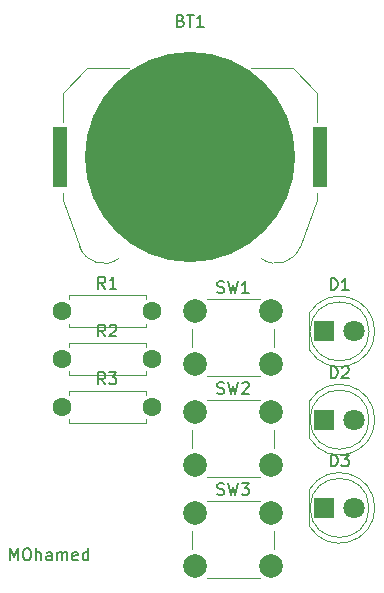
<source format=gbr>
%TF.GenerationSoftware,KiCad,Pcbnew,9.0.2*%
%TF.CreationDate,2025-06-03T22:34:10+03:00*%
%TF.ProjectId,first_PcB,66697273-745f-4506-9342-2e6b69636164,rev?*%
%TF.SameCoordinates,Original*%
%TF.FileFunction,Soldermask,Top*%
%TF.FilePolarity,Negative*%
%FSLAX46Y46*%
G04 Gerber Fmt 4.6, Leading zero omitted, Abs format (unit mm)*
G04 Created by KiCad (PCBNEW 9.0.2) date 2025-06-03 22:34:10*
%MOMM*%
%LPD*%
G01*
G04 APERTURE LIST*
%ADD10C,2.000000*%
%ADD11C,1.600000*%
%ADD12R,1.800000X1.800000*%
%ADD13C,1.800000*%
%ADD14R,1.270000X5.080000*%
%ADD15C,17.800000*%
%ADD16C,0.150000*%
%ADD17C,0.120000*%
G04 APERTURE END LIST*
D10*
%TO.C,SW3*%
X149970000Y-112890000D03*
X156470000Y-112890000D03*
X149970000Y-117390000D03*
X156470000Y-117390000D03*
%TD*%
%TO.C,SW1*%
X149970000Y-95790000D03*
X156470000Y-95790000D03*
X149970000Y-100290000D03*
X156470000Y-100290000D03*
%TD*%
D11*
%TO.C,R3*%
X138750000Y-103890000D03*
X146370000Y-103890000D03*
%TD*%
%TO.C,R2*%
X138750000Y-99840000D03*
X146370000Y-99840000D03*
%TD*%
D12*
%TO.C,D1*%
X160960000Y-97500000D03*
D13*
X163500000Y-97500000D03*
%TD*%
D12*
%TO.C,D3*%
X160960000Y-112440000D03*
D13*
X163500000Y-112440000D03*
%TD*%
D10*
%TO.C,SW2*%
X149970000Y-104340000D03*
X156470000Y-104340000D03*
X149970000Y-108840000D03*
X156470000Y-108840000D03*
%TD*%
D11*
%TO.C,R1*%
X138750000Y-95790000D03*
X146370000Y-95790000D03*
%TD*%
D12*
%TO.C,D2*%
X160960000Y-104970000D03*
D13*
X163500000Y-104970000D03*
%TD*%
D14*
%TO.C,BT1*%
X138585000Y-82748075D03*
X160555000Y-82748075D03*
D15*
X149570000Y-82748075D03*
%TD*%
D16*
X134336779Y-116869819D02*
X134336779Y-115869819D01*
X134336779Y-115869819D02*
X134670112Y-116584104D01*
X134670112Y-116584104D02*
X135003445Y-115869819D01*
X135003445Y-115869819D02*
X135003445Y-116869819D01*
X135670112Y-115869819D02*
X135860588Y-115869819D01*
X135860588Y-115869819D02*
X135955826Y-115917438D01*
X135955826Y-115917438D02*
X136051064Y-116012676D01*
X136051064Y-116012676D02*
X136098683Y-116203152D01*
X136098683Y-116203152D02*
X136098683Y-116536485D01*
X136098683Y-116536485D02*
X136051064Y-116726961D01*
X136051064Y-116726961D02*
X135955826Y-116822200D01*
X135955826Y-116822200D02*
X135860588Y-116869819D01*
X135860588Y-116869819D02*
X135670112Y-116869819D01*
X135670112Y-116869819D02*
X135574874Y-116822200D01*
X135574874Y-116822200D02*
X135479636Y-116726961D01*
X135479636Y-116726961D02*
X135432017Y-116536485D01*
X135432017Y-116536485D02*
X135432017Y-116203152D01*
X135432017Y-116203152D02*
X135479636Y-116012676D01*
X135479636Y-116012676D02*
X135574874Y-115917438D01*
X135574874Y-115917438D02*
X135670112Y-115869819D01*
X136527255Y-116869819D02*
X136527255Y-115869819D01*
X136955826Y-116869819D02*
X136955826Y-116346009D01*
X136955826Y-116346009D02*
X136908207Y-116250771D01*
X136908207Y-116250771D02*
X136812969Y-116203152D01*
X136812969Y-116203152D02*
X136670112Y-116203152D01*
X136670112Y-116203152D02*
X136574874Y-116250771D01*
X136574874Y-116250771D02*
X136527255Y-116298390D01*
X137860588Y-116869819D02*
X137860588Y-116346009D01*
X137860588Y-116346009D02*
X137812969Y-116250771D01*
X137812969Y-116250771D02*
X137717731Y-116203152D01*
X137717731Y-116203152D02*
X137527255Y-116203152D01*
X137527255Y-116203152D02*
X137432017Y-116250771D01*
X137860588Y-116822200D02*
X137765350Y-116869819D01*
X137765350Y-116869819D02*
X137527255Y-116869819D01*
X137527255Y-116869819D02*
X137432017Y-116822200D01*
X137432017Y-116822200D02*
X137384398Y-116726961D01*
X137384398Y-116726961D02*
X137384398Y-116631723D01*
X137384398Y-116631723D02*
X137432017Y-116536485D01*
X137432017Y-116536485D02*
X137527255Y-116488866D01*
X137527255Y-116488866D02*
X137765350Y-116488866D01*
X137765350Y-116488866D02*
X137860588Y-116441247D01*
X138336779Y-116869819D02*
X138336779Y-116203152D01*
X138336779Y-116298390D02*
X138384398Y-116250771D01*
X138384398Y-116250771D02*
X138479636Y-116203152D01*
X138479636Y-116203152D02*
X138622493Y-116203152D01*
X138622493Y-116203152D02*
X138717731Y-116250771D01*
X138717731Y-116250771D02*
X138765350Y-116346009D01*
X138765350Y-116346009D02*
X138765350Y-116869819D01*
X138765350Y-116346009D02*
X138812969Y-116250771D01*
X138812969Y-116250771D02*
X138908207Y-116203152D01*
X138908207Y-116203152D02*
X139051064Y-116203152D01*
X139051064Y-116203152D02*
X139146303Y-116250771D01*
X139146303Y-116250771D02*
X139193922Y-116346009D01*
X139193922Y-116346009D02*
X139193922Y-116869819D01*
X140051064Y-116822200D02*
X139955826Y-116869819D01*
X139955826Y-116869819D02*
X139765350Y-116869819D01*
X139765350Y-116869819D02*
X139670112Y-116822200D01*
X139670112Y-116822200D02*
X139622493Y-116726961D01*
X139622493Y-116726961D02*
X139622493Y-116346009D01*
X139622493Y-116346009D02*
X139670112Y-116250771D01*
X139670112Y-116250771D02*
X139765350Y-116203152D01*
X139765350Y-116203152D02*
X139955826Y-116203152D01*
X139955826Y-116203152D02*
X140051064Y-116250771D01*
X140051064Y-116250771D02*
X140098683Y-116346009D01*
X140098683Y-116346009D02*
X140098683Y-116441247D01*
X140098683Y-116441247D02*
X139622493Y-116536485D01*
X140955826Y-116869819D02*
X140955826Y-115869819D01*
X140955826Y-116822200D02*
X140860588Y-116869819D01*
X140860588Y-116869819D02*
X140670112Y-116869819D01*
X140670112Y-116869819D02*
X140574874Y-116822200D01*
X140574874Y-116822200D02*
X140527255Y-116774580D01*
X140527255Y-116774580D02*
X140479636Y-116679342D01*
X140479636Y-116679342D02*
X140479636Y-116393628D01*
X140479636Y-116393628D02*
X140527255Y-116298390D01*
X140527255Y-116298390D02*
X140574874Y-116250771D01*
X140574874Y-116250771D02*
X140670112Y-116203152D01*
X140670112Y-116203152D02*
X140860588Y-116203152D01*
X140860588Y-116203152D02*
X140955826Y-116250771D01*
X151886667Y-111297200D02*
X152029524Y-111344819D01*
X152029524Y-111344819D02*
X152267619Y-111344819D01*
X152267619Y-111344819D02*
X152362857Y-111297200D01*
X152362857Y-111297200D02*
X152410476Y-111249580D01*
X152410476Y-111249580D02*
X152458095Y-111154342D01*
X152458095Y-111154342D02*
X152458095Y-111059104D01*
X152458095Y-111059104D02*
X152410476Y-110963866D01*
X152410476Y-110963866D02*
X152362857Y-110916247D01*
X152362857Y-110916247D02*
X152267619Y-110868628D01*
X152267619Y-110868628D02*
X152077143Y-110821009D01*
X152077143Y-110821009D02*
X151981905Y-110773390D01*
X151981905Y-110773390D02*
X151934286Y-110725771D01*
X151934286Y-110725771D02*
X151886667Y-110630533D01*
X151886667Y-110630533D02*
X151886667Y-110535295D01*
X151886667Y-110535295D02*
X151934286Y-110440057D01*
X151934286Y-110440057D02*
X151981905Y-110392438D01*
X151981905Y-110392438D02*
X152077143Y-110344819D01*
X152077143Y-110344819D02*
X152315238Y-110344819D01*
X152315238Y-110344819D02*
X152458095Y-110392438D01*
X152791429Y-110344819D02*
X153029524Y-111344819D01*
X153029524Y-111344819D02*
X153220000Y-110630533D01*
X153220000Y-110630533D02*
X153410476Y-111344819D01*
X153410476Y-111344819D02*
X153648572Y-110344819D01*
X153934286Y-110344819D02*
X154553333Y-110344819D01*
X154553333Y-110344819D02*
X154220000Y-110725771D01*
X154220000Y-110725771D02*
X154362857Y-110725771D01*
X154362857Y-110725771D02*
X154458095Y-110773390D01*
X154458095Y-110773390D02*
X154505714Y-110821009D01*
X154505714Y-110821009D02*
X154553333Y-110916247D01*
X154553333Y-110916247D02*
X154553333Y-111154342D01*
X154553333Y-111154342D02*
X154505714Y-111249580D01*
X154505714Y-111249580D02*
X154458095Y-111297200D01*
X154458095Y-111297200D02*
X154362857Y-111344819D01*
X154362857Y-111344819D02*
X154077143Y-111344819D01*
X154077143Y-111344819D02*
X153981905Y-111297200D01*
X153981905Y-111297200D02*
X153934286Y-111249580D01*
X151886667Y-94197200D02*
X152029524Y-94244819D01*
X152029524Y-94244819D02*
X152267619Y-94244819D01*
X152267619Y-94244819D02*
X152362857Y-94197200D01*
X152362857Y-94197200D02*
X152410476Y-94149580D01*
X152410476Y-94149580D02*
X152458095Y-94054342D01*
X152458095Y-94054342D02*
X152458095Y-93959104D01*
X152458095Y-93959104D02*
X152410476Y-93863866D01*
X152410476Y-93863866D02*
X152362857Y-93816247D01*
X152362857Y-93816247D02*
X152267619Y-93768628D01*
X152267619Y-93768628D02*
X152077143Y-93721009D01*
X152077143Y-93721009D02*
X151981905Y-93673390D01*
X151981905Y-93673390D02*
X151934286Y-93625771D01*
X151934286Y-93625771D02*
X151886667Y-93530533D01*
X151886667Y-93530533D02*
X151886667Y-93435295D01*
X151886667Y-93435295D02*
X151934286Y-93340057D01*
X151934286Y-93340057D02*
X151981905Y-93292438D01*
X151981905Y-93292438D02*
X152077143Y-93244819D01*
X152077143Y-93244819D02*
X152315238Y-93244819D01*
X152315238Y-93244819D02*
X152458095Y-93292438D01*
X152791429Y-93244819D02*
X153029524Y-94244819D01*
X153029524Y-94244819D02*
X153220000Y-93530533D01*
X153220000Y-93530533D02*
X153410476Y-94244819D01*
X153410476Y-94244819D02*
X153648572Y-93244819D01*
X154553333Y-94244819D02*
X153981905Y-94244819D01*
X154267619Y-94244819D02*
X154267619Y-93244819D01*
X154267619Y-93244819D02*
X154172381Y-93387676D01*
X154172381Y-93387676D02*
X154077143Y-93482914D01*
X154077143Y-93482914D02*
X153981905Y-93530533D01*
X142393333Y-101974819D02*
X142060000Y-101498628D01*
X141821905Y-101974819D02*
X141821905Y-100974819D01*
X141821905Y-100974819D02*
X142202857Y-100974819D01*
X142202857Y-100974819D02*
X142298095Y-101022438D01*
X142298095Y-101022438D02*
X142345714Y-101070057D01*
X142345714Y-101070057D02*
X142393333Y-101165295D01*
X142393333Y-101165295D02*
X142393333Y-101308152D01*
X142393333Y-101308152D02*
X142345714Y-101403390D01*
X142345714Y-101403390D02*
X142298095Y-101451009D01*
X142298095Y-101451009D02*
X142202857Y-101498628D01*
X142202857Y-101498628D02*
X141821905Y-101498628D01*
X142726667Y-100974819D02*
X143345714Y-100974819D01*
X143345714Y-100974819D02*
X143012381Y-101355771D01*
X143012381Y-101355771D02*
X143155238Y-101355771D01*
X143155238Y-101355771D02*
X143250476Y-101403390D01*
X143250476Y-101403390D02*
X143298095Y-101451009D01*
X143298095Y-101451009D02*
X143345714Y-101546247D01*
X143345714Y-101546247D02*
X143345714Y-101784342D01*
X143345714Y-101784342D02*
X143298095Y-101879580D01*
X143298095Y-101879580D02*
X143250476Y-101927200D01*
X143250476Y-101927200D02*
X143155238Y-101974819D01*
X143155238Y-101974819D02*
X142869524Y-101974819D01*
X142869524Y-101974819D02*
X142774286Y-101927200D01*
X142774286Y-101927200D02*
X142726667Y-101879580D01*
X142393333Y-97924819D02*
X142060000Y-97448628D01*
X141821905Y-97924819D02*
X141821905Y-96924819D01*
X141821905Y-96924819D02*
X142202857Y-96924819D01*
X142202857Y-96924819D02*
X142298095Y-96972438D01*
X142298095Y-96972438D02*
X142345714Y-97020057D01*
X142345714Y-97020057D02*
X142393333Y-97115295D01*
X142393333Y-97115295D02*
X142393333Y-97258152D01*
X142393333Y-97258152D02*
X142345714Y-97353390D01*
X142345714Y-97353390D02*
X142298095Y-97401009D01*
X142298095Y-97401009D02*
X142202857Y-97448628D01*
X142202857Y-97448628D02*
X141821905Y-97448628D01*
X142774286Y-97020057D02*
X142821905Y-96972438D01*
X142821905Y-96972438D02*
X142917143Y-96924819D01*
X142917143Y-96924819D02*
X143155238Y-96924819D01*
X143155238Y-96924819D02*
X143250476Y-96972438D01*
X143250476Y-96972438D02*
X143298095Y-97020057D01*
X143298095Y-97020057D02*
X143345714Y-97115295D01*
X143345714Y-97115295D02*
X143345714Y-97210533D01*
X143345714Y-97210533D02*
X143298095Y-97353390D01*
X143298095Y-97353390D02*
X142726667Y-97924819D01*
X142726667Y-97924819D02*
X143345714Y-97924819D01*
X161491905Y-93994819D02*
X161491905Y-92994819D01*
X161491905Y-92994819D02*
X161730000Y-92994819D01*
X161730000Y-92994819D02*
X161872857Y-93042438D01*
X161872857Y-93042438D02*
X161968095Y-93137676D01*
X161968095Y-93137676D02*
X162015714Y-93232914D01*
X162015714Y-93232914D02*
X162063333Y-93423390D01*
X162063333Y-93423390D02*
X162063333Y-93566247D01*
X162063333Y-93566247D02*
X162015714Y-93756723D01*
X162015714Y-93756723D02*
X161968095Y-93851961D01*
X161968095Y-93851961D02*
X161872857Y-93947200D01*
X161872857Y-93947200D02*
X161730000Y-93994819D01*
X161730000Y-93994819D02*
X161491905Y-93994819D01*
X163015714Y-93994819D02*
X162444286Y-93994819D01*
X162730000Y-93994819D02*
X162730000Y-92994819D01*
X162730000Y-92994819D02*
X162634762Y-93137676D01*
X162634762Y-93137676D02*
X162539524Y-93232914D01*
X162539524Y-93232914D02*
X162444286Y-93280533D01*
X161491905Y-108934819D02*
X161491905Y-107934819D01*
X161491905Y-107934819D02*
X161730000Y-107934819D01*
X161730000Y-107934819D02*
X161872857Y-107982438D01*
X161872857Y-107982438D02*
X161968095Y-108077676D01*
X161968095Y-108077676D02*
X162015714Y-108172914D01*
X162015714Y-108172914D02*
X162063333Y-108363390D01*
X162063333Y-108363390D02*
X162063333Y-108506247D01*
X162063333Y-108506247D02*
X162015714Y-108696723D01*
X162015714Y-108696723D02*
X161968095Y-108791961D01*
X161968095Y-108791961D02*
X161872857Y-108887200D01*
X161872857Y-108887200D02*
X161730000Y-108934819D01*
X161730000Y-108934819D02*
X161491905Y-108934819D01*
X162396667Y-107934819D02*
X163015714Y-107934819D01*
X163015714Y-107934819D02*
X162682381Y-108315771D01*
X162682381Y-108315771D02*
X162825238Y-108315771D01*
X162825238Y-108315771D02*
X162920476Y-108363390D01*
X162920476Y-108363390D02*
X162968095Y-108411009D01*
X162968095Y-108411009D02*
X163015714Y-108506247D01*
X163015714Y-108506247D02*
X163015714Y-108744342D01*
X163015714Y-108744342D02*
X162968095Y-108839580D01*
X162968095Y-108839580D02*
X162920476Y-108887200D01*
X162920476Y-108887200D02*
X162825238Y-108934819D01*
X162825238Y-108934819D02*
X162539524Y-108934819D01*
X162539524Y-108934819D02*
X162444286Y-108887200D01*
X162444286Y-108887200D02*
X162396667Y-108839580D01*
X151886667Y-102747200D02*
X152029524Y-102794819D01*
X152029524Y-102794819D02*
X152267619Y-102794819D01*
X152267619Y-102794819D02*
X152362857Y-102747200D01*
X152362857Y-102747200D02*
X152410476Y-102699580D01*
X152410476Y-102699580D02*
X152458095Y-102604342D01*
X152458095Y-102604342D02*
X152458095Y-102509104D01*
X152458095Y-102509104D02*
X152410476Y-102413866D01*
X152410476Y-102413866D02*
X152362857Y-102366247D01*
X152362857Y-102366247D02*
X152267619Y-102318628D01*
X152267619Y-102318628D02*
X152077143Y-102271009D01*
X152077143Y-102271009D02*
X151981905Y-102223390D01*
X151981905Y-102223390D02*
X151934286Y-102175771D01*
X151934286Y-102175771D02*
X151886667Y-102080533D01*
X151886667Y-102080533D02*
X151886667Y-101985295D01*
X151886667Y-101985295D02*
X151934286Y-101890057D01*
X151934286Y-101890057D02*
X151981905Y-101842438D01*
X151981905Y-101842438D02*
X152077143Y-101794819D01*
X152077143Y-101794819D02*
X152315238Y-101794819D01*
X152315238Y-101794819D02*
X152458095Y-101842438D01*
X152791429Y-101794819D02*
X153029524Y-102794819D01*
X153029524Y-102794819D02*
X153220000Y-102080533D01*
X153220000Y-102080533D02*
X153410476Y-102794819D01*
X153410476Y-102794819D02*
X153648572Y-101794819D01*
X153981905Y-101890057D02*
X154029524Y-101842438D01*
X154029524Y-101842438D02*
X154124762Y-101794819D01*
X154124762Y-101794819D02*
X154362857Y-101794819D01*
X154362857Y-101794819D02*
X154458095Y-101842438D01*
X154458095Y-101842438D02*
X154505714Y-101890057D01*
X154505714Y-101890057D02*
X154553333Y-101985295D01*
X154553333Y-101985295D02*
X154553333Y-102080533D01*
X154553333Y-102080533D02*
X154505714Y-102223390D01*
X154505714Y-102223390D02*
X153934286Y-102794819D01*
X153934286Y-102794819D02*
X154553333Y-102794819D01*
X142393333Y-93874819D02*
X142060000Y-93398628D01*
X141821905Y-93874819D02*
X141821905Y-92874819D01*
X141821905Y-92874819D02*
X142202857Y-92874819D01*
X142202857Y-92874819D02*
X142298095Y-92922438D01*
X142298095Y-92922438D02*
X142345714Y-92970057D01*
X142345714Y-92970057D02*
X142393333Y-93065295D01*
X142393333Y-93065295D02*
X142393333Y-93208152D01*
X142393333Y-93208152D02*
X142345714Y-93303390D01*
X142345714Y-93303390D02*
X142298095Y-93351009D01*
X142298095Y-93351009D02*
X142202857Y-93398628D01*
X142202857Y-93398628D02*
X141821905Y-93398628D01*
X143345714Y-93874819D02*
X142774286Y-93874819D01*
X143060000Y-93874819D02*
X143060000Y-92874819D01*
X143060000Y-92874819D02*
X142964762Y-93017676D01*
X142964762Y-93017676D02*
X142869524Y-93112914D01*
X142869524Y-93112914D02*
X142774286Y-93160533D01*
X161491905Y-101464819D02*
X161491905Y-100464819D01*
X161491905Y-100464819D02*
X161730000Y-100464819D01*
X161730000Y-100464819D02*
X161872857Y-100512438D01*
X161872857Y-100512438D02*
X161968095Y-100607676D01*
X161968095Y-100607676D02*
X162015714Y-100702914D01*
X162015714Y-100702914D02*
X162063333Y-100893390D01*
X162063333Y-100893390D02*
X162063333Y-101036247D01*
X162063333Y-101036247D02*
X162015714Y-101226723D01*
X162015714Y-101226723D02*
X161968095Y-101321961D01*
X161968095Y-101321961D02*
X161872857Y-101417200D01*
X161872857Y-101417200D02*
X161730000Y-101464819D01*
X161730000Y-101464819D02*
X161491905Y-101464819D01*
X162444286Y-100560057D02*
X162491905Y-100512438D01*
X162491905Y-100512438D02*
X162587143Y-100464819D01*
X162587143Y-100464819D02*
X162825238Y-100464819D01*
X162825238Y-100464819D02*
X162920476Y-100512438D01*
X162920476Y-100512438D02*
X162968095Y-100560057D01*
X162968095Y-100560057D02*
X163015714Y-100655295D01*
X163015714Y-100655295D02*
X163015714Y-100750533D01*
X163015714Y-100750533D02*
X162968095Y-100893390D01*
X162968095Y-100893390D02*
X162396667Y-101464819D01*
X162396667Y-101464819D02*
X163015714Y-101464819D01*
X148784285Y-71179084D02*
X148927142Y-71226703D01*
X148927142Y-71226703D02*
X148974761Y-71274322D01*
X148974761Y-71274322D02*
X149022380Y-71369560D01*
X149022380Y-71369560D02*
X149022380Y-71512417D01*
X149022380Y-71512417D02*
X148974761Y-71607655D01*
X148974761Y-71607655D02*
X148927142Y-71655275D01*
X148927142Y-71655275D02*
X148831904Y-71702894D01*
X148831904Y-71702894D02*
X148450952Y-71702894D01*
X148450952Y-71702894D02*
X148450952Y-70702894D01*
X148450952Y-70702894D02*
X148784285Y-70702894D01*
X148784285Y-70702894D02*
X148879523Y-70750513D01*
X148879523Y-70750513D02*
X148927142Y-70798132D01*
X148927142Y-70798132D02*
X148974761Y-70893370D01*
X148974761Y-70893370D02*
X148974761Y-70988608D01*
X148974761Y-70988608D02*
X148927142Y-71083846D01*
X148927142Y-71083846D02*
X148879523Y-71131465D01*
X148879523Y-71131465D02*
X148784285Y-71179084D01*
X148784285Y-71179084D02*
X148450952Y-71179084D01*
X149308095Y-70702894D02*
X149879523Y-70702894D01*
X149593809Y-71702894D02*
X149593809Y-70702894D01*
X150736666Y-71702894D02*
X150165238Y-71702894D01*
X150450952Y-71702894D02*
X150450952Y-70702894D01*
X150450952Y-70702894D02*
X150355714Y-70845751D01*
X150355714Y-70845751D02*
X150260476Y-70940989D01*
X150260476Y-70940989D02*
X150165238Y-70988608D01*
D17*
%TO.C,SW3*%
X149720000Y-114390000D02*
X149720000Y-115890000D01*
X150970000Y-118390000D02*
X155470000Y-118390000D01*
X155470000Y-111890000D02*
X150970000Y-111890000D01*
X156720000Y-115890000D02*
X156720000Y-114390000D01*
%TO.C,SW1*%
X149720000Y-97290000D02*
X149720000Y-98790000D01*
X150970000Y-101290000D02*
X155470000Y-101290000D01*
X155470000Y-94790000D02*
X150970000Y-94790000D01*
X156720000Y-98790000D02*
X156720000Y-97290000D01*
%TO.C,R3*%
X139290000Y-102520000D02*
X145830000Y-102520000D01*
X139290000Y-102850000D02*
X139290000Y-102520000D01*
X139290000Y-104930000D02*
X139290000Y-105260000D01*
X139290000Y-105260000D02*
X145830000Y-105260000D01*
X145830000Y-102520000D02*
X145830000Y-102850000D01*
X145830000Y-105260000D02*
X145830000Y-104930000D01*
%TO.C,R2*%
X139290000Y-98470000D02*
X145830000Y-98470000D01*
X139290000Y-98800000D02*
X139290000Y-98470000D01*
X139290000Y-100880000D02*
X139290000Y-101210000D01*
X139290000Y-101210000D02*
X145830000Y-101210000D01*
X145830000Y-98470000D02*
X145830000Y-98800000D01*
X145830000Y-101210000D02*
X145830000Y-100880000D01*
%TO.C,D1*%
X159670000Y-95955000D02*
X159670000Y-99045000D01*
X159670000Y-95955170D02*
G75*
G02*
X165220000Y-97500000I2560000J-1544830D01*
G01*
X165220000Y-97500000D02*
G75*
G02*
X159670000Y-99044830I-2990000J0D01*
G01*
X164730000Y-97500000D02*
G75*
G02*
X159730000Y-97500000I-2500000J0D01*
G01*
X159730000Y-97500000D02*
G75*
G02*
X164730000Y-97500000I2500000J0D01*
G01*
%TO.C,D3*%
X159670000Y-110895000D02*
X159670000Y-113985000D01*
X159670000Y-110895170D02*
G75*
G02*
X165220000Y-112440000I2560000J-1544830D01*
G01*
X165220000Y-112440000D02*
G75*
G02*
X159670000Y-113984830I-2990000J0D01*
G01*
X164730000Y-112440000D02*
G75*
G02*
X159730000Y-112440000I-2500000J0D01*
G01*
X159730000Y-112440000D02*
G75*
G02*
X164730000Y-112440000I2500000J0D01*
G01*
%TO.C,SW2*%
X149720000Y-105840000D02*
X149720000Y-107340000D01*
X150970000Y-109840000D02*
X155470000Y-109840000D01*
X155470000Y-103340000D02*
X150970000Y-103340000D01*
X156720000Y-107340000D02*
X156720000Y-105840000D01*
%TO.C,R1*%
X139290000Y-94420000D02*
X145830000Y-94420000D01*
X139290000Y-94750000D02*
X139290000Y-94420000D01*
X139290000Y-96830000D02*
X139290000Y-97160000D01*
X139290000Y-97160000D02*
X145830000Y-97160000D01*
X145830000Y-94420000D02*
X145830000Y-94750000D01*
X145830000Y-97160000D02*
X145830000Y-96830000D01*
%TO.C,D2*%
X159670000Y-103425000D02*
X159670000Y-106515000D01*
X159670000Y-103425170D02*
G75*
G02*
X165220000Y-104970000I2560000J-1544830D01*
G01*
X165220000Y-104970000D02*
G75*
G02*
X159670000Y-106514830I-2990000J0D01*
G01*
X164730000Y-104970000D02*
G75*
G02*
X159730000Y-104970000I-2500000J0D01*
G01*
X159730000Y-104970000D02*
G75*
G02*
X164730000Y-104970000I2500000J0D01*
G01*
%TO.C,BT1*%
X138790000Y-77288075D02*
X138790000Y-79748075D01*
X138790000Y-85748075D02*
X138790000Y-86378075D01*
X138790000Y-86378075D02*
X140230000Y-90328075D01*
X140870000Y-75208075D02*
X138790000Y-77288075D01*
X144370000Y-75208075D02*
X140870000Y-75208075D01*
X158270000Y-75208075D02*
X154770000Y-75208075D01*
X158270000Y-75208075D02*
X160350000Y-77288075D01*
X160350000Y-77288075D02*
X160350000Y-79748075D01*
X160350000Y-85748075D02*
X160350000Y-86378075D01*
X160350000Y-86378075D02*
X158910000Y-90328075D01*
X143566646Y-91314605D02*
G75*
G02*
X140230000Y-90328075I-1306646J1716531D01*
G01*
X158895243Y-90336244D02*
G75*
G02*
X155570000Y-91298075I-2015243J738169D01*
G01*
%TD*%
M02*

</source>
